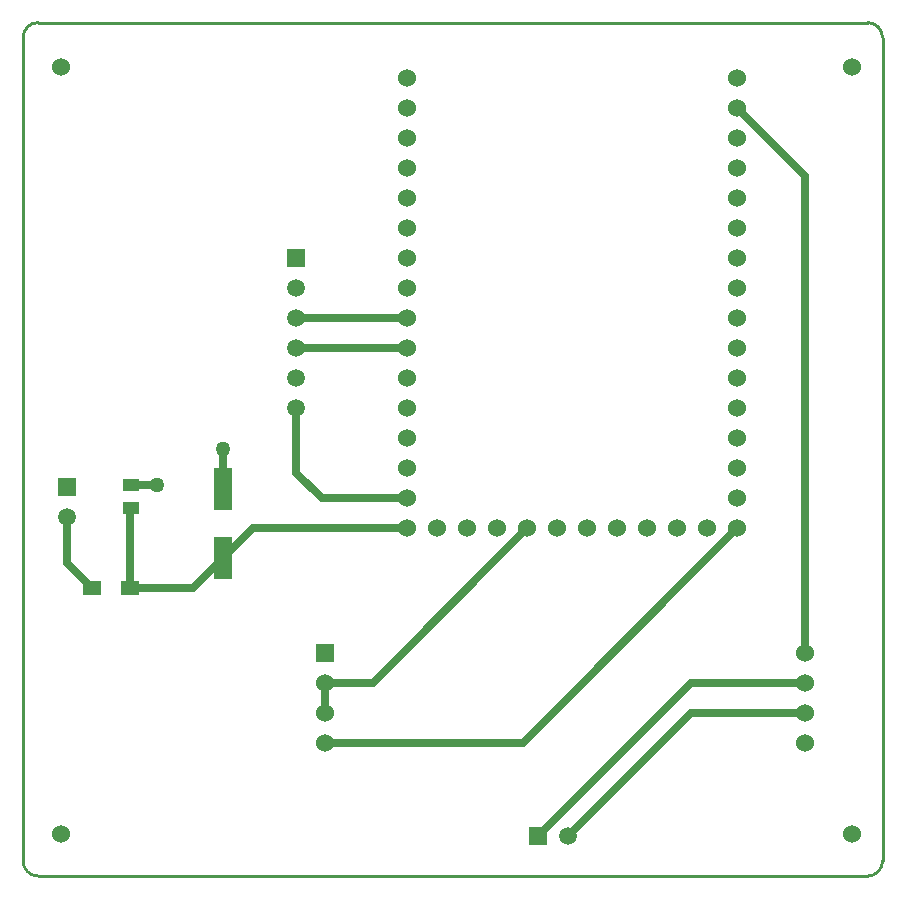
<source format=gtl>
G04 Layer_Physical_Order=1*
G04 Layer_Color=255*
%FSLAX25Y25*%
%MOIN*%
G70*
G01*
G75*
%ADD10R,0.05512X0.04331*%
G04:AMPARAMS|DCode=11|XSize=141.73mil|YSize=62.99mil|CornerRadius=7.87mil|HoleSize=0mil|Usage=FLASHONLY|Rotation=270.000|XOffset=0mil|YOffset=0mil|HoleType=Round|Shape=RoundedRectangle|*
%AMROUNDEDRECTD11*
21,1,0.14173,0.04724,0,0,270.0*
21,1,0.12598,0.06299,0,0,270.0*
1,1,0.01575,-0.02362,-0.06299*
1,1,0.01575,-0.02362,0.06299*
1,1,0.01575,0.02362,0.06299*
1,1,0.01575,0.02362,-0.06299*
%
%ADD11ROUNDEDRECTD11*%
%ADD12R,0.06299X0.04724*%
%ADD13C,0.02756*%
%ADD14C,0.01000*%
%ADD15C,0.06000*%
%ADD16R,0.06000X0.06000*%
%ADD17C,0.05905*%
%ADD18R,0.05905X0.05905*%
%ADD19R,0.05905X0.05905*%
%ADD20C,0.05000*%
D10*
X141500Y238563D02*
D03*
Y246437D02*
D03*
D11*
X172000Y221886D02*
D03*
Y245114D02*
D03*
D12*
X128508Y212000D02*
D03*
X141106D02*
D03*
D13*
X120000Y220508D02*
Y235650D01*
Y220508D02*
X128508Y212000D01*
X141106Y238169D02*
X141500Y238563D01*
X141106Y212000D02*
X162114D01*
X172000Y221886D01*
X141106Y212000D02*
Y238169D01*
X182114Y232000D02*
X233500D01*
X172000Y221886D02*
X182114Y232000D01*
X206000Y170500D02*
Y180500D01*
X222000D01*
X273500Y232000D01*
X206000Y160500D02*
X272000D01*
X343500Y232000D01*
X328000Y180500D02*
X366000D01*
X277000Y129500D02*
X328000Y180500D01*
Y170500D02*
X366000D01*
X287000Y129500D02*
X328000Y170500D01*
X366000Y190500D02*
Y349500D01*
X343500Y372000D02*
X366000Y349500D01*
X141500Y246437D02*
Y246500D01*
X172000Y245114D02*
Y258500D01*
X196500Y250500D02*
Y272047D01*
Y250500D02*
X205000Y242000D01*
X233500D01*
X196547Y292000D02*
X233500D01*
X196500Y292047D02*
X196547Y292000D01*
X196500Y302047D02*
X233453D01*
X233500Y302000D01*
X141500Y246500D02*
X150000D01*
D14*
X392000Y395500D02*
G03*
X387000Y400500I-5000J0D01*
G01*
Y116000D02*
G03*
X392000Y121000I0J5000D01*
G01*
X105500D02*
G03*
X110500Y116000I5000J0D01*
G01*
Y400500D02*
G03*
X105500Y395500I0J-5000D01*
G01*
X280000Y400500D02*
X387000D01*
X392000Y121000D02*
Y395500D01*
X110500Y116000D02*
X387000D01*
X105500Y121000D02*
Y395500D01*
X110500Y400500D02*
X281500D01*
D15*
X366000Y190500D02*
D03*
Y180500D02*
D03*
Y170500D02*
D03*
Y160500D02*
D03*
X206000D02*
D03*
Y170500D02*
D03*
Y180500D02*
D03*
X343500Y382000D02*
D03*
Y372000D02*
D03*
Y362000D02*
D03*
Y352000D02*
D03*
Y342000D02*
D03*
Y332000D02*
D03*
Y322000D02*
D03*
Y312000D02*
D03*
Y302000D02*
D03*
Y292000D02*
D03*
Y282000D02*
D03*
Y272000D02*
D03*
Y262000D02*
D03*
Y252000D02*
D03*
Y242000D02*
D03*
Y232000D02*
D03*
X333500D02*
D03*
X323500D02*
D03*
X313500D02*
D03*
X303500D02*
D03*
X293500D02*
D03*
X283500D02*
D03*
X273500D02*
D03*
X263500D02*
D03*
X253500D02*
D03*
X243500D02*
D03*
X233500Y382000D02*
D03*
Y372000D02*
D03*
Y362000D02*
D03*
Y352000D02*
D03*
Y342000D02*
D03*
Y332000D02*
D03*
Y322000D02*
D03*
Y312000D02*
D03*
Y302000D02*
D03*
Y292000D02*
D03*
Y282000D02*
D03*
Y272000D02*
D03*
Y262000D02*
D03*
Y252000D02*
D03*
Y242000D02*
D03*
Y232000D02*
D03*
X118110Y129921D02*
D03*
X381890D02*
D03*
X118110Y385827D02*
D03*
X381890D02*
D03*
D16*
X206000Y190500D02*
D03*
D17*
X120000Y235650D02*
D03*
X196500Y272047D02*
D03*
Y282047D02*
D03*
Y292047D02*
D03*
Y302047D02*
D03*
Y312047D02*
D03*
X287000Y129500D02*
D03*
D18*
X120000Y245650D02*
D03*
X196500Y322047D02*
D03*
D19*
X277000Y129500D02*
D03*
D20*
X150000Y246500D02*
D03*
X172000Y258500D02*
D03*
M02*

</source>
